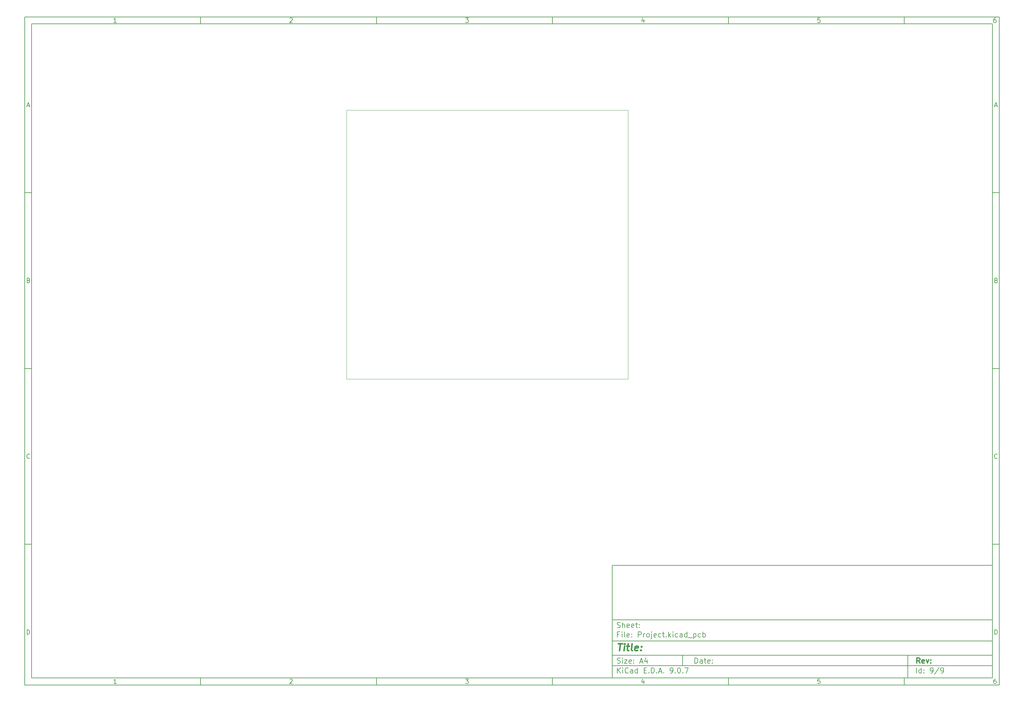
<source format=gm1>
%TF.GenerationSoftware,KiCad,Pcbnew,9.0.7*%
%TF.CreationDate,2026-02-26T16:53:45+05:30*%
%TF.ProjectId,Project,50726f6a-6563-4742-9e6b-696361645f70,rev?*%
%TF.SameCoordinates,Original*%
%TF.FileFunction,Profile,NP*%
%FSLAX46Y46*%
G04 Gerber Fmt 4.6, Leading zero omitted, Abs format (unit mm)*
G04 Created by KiCad (PCBNEW 9.0.7) date 2026-02-26 16:53:45*
%MOMM*%
%LPD*%
G01*
G04 APERTURE LIST*
%ADD10C,0.100000*%
%ADD11C,0.150000*%
%ADD12C,0.300000*%
%ADD13C,0.400000*%
%TA.AperFunction,Profile*%
%ADD14C,0.100000*%
%TD*%
G04 APERTURE END LIST*
D10*
D11*
X177002200Y-166007200D02*
X285002200Y-166007200D01*
X285002200Y-198007200D01*
X177002200Y-198007200D01*
X177002200Y-166007200D01*
D10*
D11*
X10000000Y-10000000D02*
X287002200Y-10000000D01*
X287002200Y-200007200D01*
X10000000Y-200007200D01*
X10000000Y-10000000D01*
D10*
D11*
X12000000Y-12000000D02*
X285002200Y-12000000D01*
X285002200Y-198007200D01*
X12000000Y-198007200D01*
X12000000Y-12000000D01*
D10*
D11*
X60000000Y-12000000D02*
X60000000Y-10000000D01*
D10*
D11*
X110000000Y-12000000D02*
X110000000Y-10000000D01*
D10*
D11*
X160000000Y-12000000D02*
X160000000Y-10000000D01*
D10*
D11*
X210000000Y-12000000D02*
X210000000Y-10000000D01*
D10*
D11*
X260000000Y-12000000D02*
X260000000Y-10000000D01*
D10*
D11*
X36089160Y-11593604D02*
X35346303Y-11593604D01*
X35717731Y-11593604D02*
X35717731Y-10293604D01*
X35717731Y-10293604D02*
X35593922Y-10479319D01*
X35593922Y-10479319D02*
X35470112Y-10603128D01*
X35470112Y-10603128D02*
X35346303Y-10665033D01*
D10*
D11*
X85346303Y-10417414D02*
X85408207Y-10355509D01*
X85408207Y-10355509D02*
X85532017Y-10293604D01*
X85532017Y-10293604D02*
X85841541Y-10293604D01*
X85841541Y-10293604D02*
X85965350Y-10355509D01*
X85965350Y-10355509D02*
X86027255Y-10417414D01*
X86027255Y-10417414D02*
X86089160Y-10541223D01*
X86089160Y-10541223D02*
X86089160Y-10665033D01*
X86089160Y-10665033D02*
X86027255Y-10850747D01*
X86027255Y-10850747D02*
X85284398Y-11593604D01*
X85284398Y-11593604D02*
X86089160Y-11593604D01*
D10*
D11*
X135284398Y-10293604D02*
X136089160Y-10293604D01*
X136089160Y-10293604D02*
X135655826Y-10788842D01*
X135655826Y-10788842D02*
X135841541Y-10788842D01*
X135841541Y-10788842D02*
X135965350Y-10850747D01*
X135965350Y-10850747D02*
X136027255Y-10912652D01*
X136027255Y-10912652D02*
X136089160Y-11036461D01*
X136089160Y-11036461D02*
X136089160Y-11345985D01*
X136089160Y-11345985D02*
X136027255Y-11469795D01*
X136027255Y-11469795D02*
X135965350Y-11531700D01*
X135965350Y-11531700D02*
X135841541Y-11593604D01*
X135841541Y-11593604D02*
X135470112Y-11593604D01*
X135470112Y-11593604D02*
X135346303Y-11531700D01*
X135346303Y-11531700D02*
X135284398Y-11469795D01*
D10*
D11*
X185965350Y-10726938D02*
X185965350Y-11593604D01*
X185655826Y-10231700D02*
X185346303Y-11160271D01*
X185346303Y-11160271D02*
X186151064Y-11160271D01*
D10*
D11*
X236027255Y-10293604D02*
X235408207Y-10293604D01*
X235408207Y-10293604D02*
X235346303Y-10912652D01*
X235346303Y-10912652D02*
X235408207Y-10850747D01*
X235408207Y-10850747D02*
X235532017Y-10788842D01*
X235532017Y-10788842D02*
X235841541Y-10788842D01*
X235841541Y-10788842D02*
X235965350Y-10850747D01*
X235965350Y-10850747D02*
X236027255Y-10912652D01*
X236027255Y-10912652D02*
X236089160Y-11036461D01*
X236089160Y-11036461D02*
X236089160Y-11345985D01*
X236089160Y-11345985D02*
X236027255Y-11469795D01*
X236027255Y-11469795D02*
X235965350Y-11531700D01*
X235965350Y-11531700D02*
X235841541Y-11593604D01*
X235841541Y-11593604D02*
X235532017Y-11593604D01*
X235532017Y-11593604D02*
X235408207Y-11531700D01*
X235408207Y-11531700D02*
X235346303Y-11469795D01*
D10*
D11*
X285965350Y-10293604D02*
X285717731Y-10293604D01*
X285717731Y-10293604D02*
X285593922Y-10355509D01*
X285593922Y-10355509D02*
X285532017Y-10417414D01*
X285532017Y-10417414D02*
X285408207Y-10603128D01*
X285408207Y-10603128D02*
X285346303Y-10850747D01*
X285346303Y-10850747D02*
X285346303Y-11345985D01*
X285346303Y-11345985D02*
X285408207Y-11469795D01*
X285408207Y-11469795D02*
X285470112Y-11531700D01*
X285470112Y-11531700D02*
X285593922Y-11593604D01*
X285593922Y-11593604D02*
X285841541Y-11593604D01*
X285841541Y-11593604D02*
X285965350Y-11531700D01*
X285965350Y-11531700D02*
X286027255Y-11469795D01*
X286027255Y-11469795D02*
X286089160Y-11345985D01*
X286089160Y-11345985D02*
X286089160Y-11036461D01*
X286089160Y-11036461D02*
X286027255Y-10912652D01*
X286027255Y-10912652D02*
X285965350Y-10850747D01*
X285965350Y-10850747D02*
X285841541Y-10788842D01*
X285841541Y-10788842D02*
X285593922Y-10788842D01*
X285593922Y-10788842D02*
X285470112Y-10850747D01*
X285470112Y-10850747D02*
X285408207Y-10912652D01*
X285408207Y-10912652D02*
X285346303Y-11036461D01*
D10*
D11*
X60000000Y-198007200D02*
X60000000Y-200007200D01*
D10*
D11*
X110000000Y-198007200D02*
X110000000Y-200007200D01*
D10*
D11*
X160000000Y-198007200D02*
X160000000Y-200007200D01*
D10*
D11*
X210000000Y-198007200D02*
X210000000Y-200007200D01*
D10*
D11*
X260000000Y-198007200D02*
X260000000Y-200007200D01*
D10*
D11*
X36089160Y-199600804D02*
X35346303Y-199600804D01*
X35717731Y-199600804D02*
X35717731Y-198300804D01*
X35717731Y-198300804D02*
X35593922Y-198486519D01*
X35593922Y-198486519D02*
X35470112Y-198610328D01*
X35470112Y-198610328D02*
X35346303Y-198672233D01*
D10*
D11*
X85346303Y-198424614D02*
X85408207Y-198362709D01*
X85408207Y-198362709D02*
X85532017Y-198300804D01*
X85532017Y-198300804D02*
X85841541Y-198300804D01*
X85841541Y-198300804D02*
X85965350Y-198362709D01*
X85965350Y-198362709D02*
X86027255Y-198424614D01*
X86027255Y-198424614D02*
X86089160Y-198548423D01*
X86089160Y-198548423D02*
X86089160Y-198672233D01*
X86089160Y-198672233D02*
X86027255Y-198857947D01*
X86027255Y-198857947D02*
X85284398Y-199600804D01*
X85284398Y-199600804D02*
X86089160Y-199600804D01*
D10*
D11*
X135284398Y-198300804D02*
X136089160Y-198300804D01*
X136089160Y-198300804D02*
X135655826Y-198796042D01*
X135655826Y-198796042D02*
X135841541Y-198796042D01*
X135841541Y-198796042D02*
X135965350Y-198857947D01*
X135965350Y-198857947D02*
X136027255Y-198919852D01*
X136027255Y-198919852D02*
X136089160Y-199043661D01*
X136089160Y-199043661D02*
X136089160Y-199353185D01*
X136089160Y-199353185D02*
X136027255Y-199476995D01*
X136027255Y-199476995D02*
X135965350Y-199538900D01*
X135965350Y-199538900D02*
X135841541Y-199600804D01*
X135841541Y-199600804D02*
X135470112Y-199600804D01*
X135470112Y-199600804D02*
X135346303Y-199538900D01*
X135346303Y-199538900D02*
X135284398Y-199476995D01*
D10*
D11*
X185965350Y-198734138D02*
X185965350Y-199600804D01*
X185655826Y-198238900D02*
X185346303Y-199167471D01*
X185346303Y-199167471D02*
X186151064Y-199167471D01*
D10*
D11*
X236027255Y-198300804D02*
X235408207Y-198300804D01*
X235408207Y-198300804D02*
X235346303Y-198919852D01*
X235346303Y-198919852D02*
X235408207Y-198857947D01*
X235408207Y-198857947D02*
X235532017Y-198796042D01*
X235532017Y-198796042D02*
X235841541Y-198796042D01*
X235841541Y-198796042D02*
X235965350Y-198857947D01*
X235965350Y-198857947D02*
X236027255Y-198919852D01*
X236027255Y-198919852D02*
X236089160Y-199043661D01*
X236089160Y-199043661D02*
X236089160Y-199353185D01*
X236089160Y-199353185D02*
X236027255Y-199476995D01*
X236027255Y-199476995D02*
X235965350Y-199538900D01*
X235965350Y-199538900D02*
X235841541Y-199600804D01*
X235841541Y-199600804D02*
X235532017Y-199600804D01*
X235532017Y-199600804D02*
X235408207Y-199538900D01*
X235408207Y-199538900D02*
X235346303Y-199476995D01*
D10*
D11*
X285965350Y-198300804D02*
X285717731Y-198300804D01*
X285717731Y-198300804D02*
X285593922Y-198362709D01*
X285593922Y-198362709D02*
X285532017Y-198424614D01*
X285532017Y-198424614D02*
X285408207Y-198610328D01*
X285408207Y-198610328D02*
X285346303Y-198857947D01*
X285346303Y-198857947D02*
X285346303Y-199353185D01*
X285346303Y-199353185D02*
X285408207Y-199476995D01*
X285408207Y-199476995D02*
X285470112Y-199538900D01*
X285470112Y-199538900D02*
X285593922Y-199600804D01*
X285593922Y-199600804D02*
X285841541Y-199600804D01*
X285841541Y-199600804D02*
X285965350Y-199538900D01*
X285965350Y-199538900D02*
X286027255Y-199476995D01*
X286027255Y-199476995D02*
X286089160Y-199353185D01*
X286089160Y-199353185D02*
X286089160Y-199043661D01*
X286089160Y-199043661D02*
X286027255Y-198919852D01*
X286027255Y-198919852D02*
X285965350Y-198857947D01*
X285965350Y-198857947D02*
X285841541Y-198796042D01*
X285841541Y-198796042D02*
X285593922Y-198796042D01*
X285593922Y-198796042D02*
X285470112Y-198857947D01*
X285470112Y-198857947D02*
X285408207Y-198919852D01*
X285408207Y-198919852D02*
X285346303Y-199043661D01*
D10*
D11*
X10000000Y-60000000D02*
X12000000Y-60000000D01*
D10*
D11*
X10000000Y-110000000D02*
X12000000Y-110000000D01*
D10*
D11*
X10000000Y-160000000D02*
X12000000Y-160000000D01*
D10*
D11*
X10690476Y-35222176D02*
X11309523Y-35222176D01*
X10566666Y-35593604D02*
X10999999Y-34293604D01*
X10999999Y-34293604D02*
X11433333Y-35593604D01*
D10*
D11*
X11092857Y-84912652D02*
X11278571Y-84974557D01*
X11278571Y-84974557D02*
X11340476Y-85036461D01*
X11340476Y-85036461D02*
X11402380Y-85160271D01*
X11402380Y-85160271D02*
X11402380Y-85345985D01*
X11402380Y-85345985D02*
X11340476Y-85469795D01*
X11340476Y-85469795D02*
X11278571Y-85531700D01*
X11278571Y-85531700D02*
X11154761Y-85593604D01*
X11154761Y-85593604D02*
X10659523Y-85593604D01*
X10659523Y-85593604D02*
X10659523Y-84293604D01*
X10659523Y-84293604D02*
X11092857Y-84293604D01*
X11092857Y-84293604D02*
X11216666Y-84355509D01*
X11216666Y-84355509D02*
X11278571Y-84417414D01*
X11278571Y-84417414D02*
X11340476Y-84541223D01*
X11340476Y-84541223D02*
X11340476Y-84665033D01*
X11340476Y-84665033D02*
X11278571Y-84788842D01*
X11278571Y-84788842D02*
X11216666Y-84850747D01*
X11216666Y-84850747D02*
X11092857Y-84912652D01*
X11092857Y-84912652D02*
X10659523Y-84912652D01*
D10*
D11*
X11402380Y-135469795D02*
X11340476Y-135531700D01*
X11340476Y-135531700D02*
X11154761Y-135593604D01*
X11154761Y-135593604D02*
X11030952Y-135593604D01*
X11030952Y-135593604D02*
X10845238Y-135531700D01*
X10845238Y-135531700D02*
X10721428Y-135407890D01*
X10721428Y-135407890D02*
X10659523Y-135284080D01*
X10659523Y-135284080D02*
X10597619Y-135036461D01*
X10597619Y-135036461D02*
X10597619Y-134850747D01*
X10597619Y-134850747D02*
X10659523Y-134603128D01*
X10659523Y-134603128D02*
X10721428Y-134479319D01*
X10721428Y-134479319D02*
X10845238Y-134355509D01*
X10845238Y-134355509D02*
X11030952Y-134293604D01*
X11030952Y-134293604D02*
X11154761Y-134293604D01*
X11154761Y-134293604D02*
X11340476Y-134355509D01*
X11340476Y-134355509D02*
X11402380Y-134417414D01*
D10*
D11*
X10659523Y-185593604D02*
X10659523Y-184293604D01*
X10659523Y-184293604D02*
X10969047Y-184293604D01*
X10969047Y-184293604D02*
X11154761Y-184355509D01*
X11154761Y-184355509D02*
X11278571Y-184479319D01*
X11278571Y-184479319D02*
X11340476Y-184603128D01*
X11340476Y-184603128D02*
X11402380Y-184850747D01*
X11402380Y-184850747D02*
X11402380Y-185036461D01*
X11402380Y-185036461D02*
X11340476Y-185284080D01*
X11340476Y-185284080D02*
X11278571Y-185407890D01*
X11278571Y-185407890D02*
X11154761Y-185531700D01*
X11154761Y-185531700D02*
X10969047Y-185593604D01*
X10969047Y-185593604D02*
X10659523Y-185593604D01*
D10*
D11*
X287002200Y-60000000D02*
X285002200Y-60000000D01*
D10*
D11*
X287002200Y-110000000D02*
X285002200Y-110000000D01*
D10*
D11*
X287002200Y-160000000D02*
X285002200Y-160000000D01*
D10*
D11*
X285692676Y-35222176D02*
X286311723Y-35222176D01*
X285568866Y-35593604D02*
X286002199Y-34293604D01*
X286002199Y-34293604D02*
X286435533Y-35593604D01*
D10*
D11*
X286095057Y-84912652D02*
X286280771Y-84974557D01*
X286280771Y-84974557D02*
X286342676Y-85036461D01*
X286342676Y-85036461D02*
X286404580Y-85160271D01*
X286404580Y-85160271D02*
X286404580Y-85345985D01*
X286404580Y-85345985D02*
X286342676Y-85469795D01*
X286342676Y-85469795D02*
X286280771Y-85531700D01*
X286280771Y-85531700D02*
X286156961Y-85593604D01*
X286156961Y-85593604D02*
X285661723Y-85593604D01*
X285661723Y-85593604D02*
X285661723Y-84293604D01*
X285661723Y-84293604D02*
X286095057Y-84293604D01*
X286095057Y-84293604D02*
X286218866Y-84355509D01*
X286218866Y-84355509D02*
X286280771Y-84417414D01*
X286280771Y-84417414D02*
X286342676Y-84541223D01*
X286342676Y-84541223D02*
X286342676Y-84665033D01*
X286342676Y-84665033D02*
X286280771Y-84788842D01*
X286280771Y-84788842D02*
X286218866Y-84850747D01*
X286218866Y-84850747D02*
X286095057Y-84912652D01*
X286095057Y-84912652D02*
X285661723Y-84912652D01*
D10*
D11*
X286404580Y-135469795D02*
X286342676Y-135531700D01*
X286342676Y-135531700D02*
X286156961Y-135593604D01*
X286156961Y-135593604D02*
X286033152Y-135593604D01*
X286033152Y-135593604D02*
X285847438Y-135531700D01*
X285847438Y-135531700D02*
X285723628Y-135407890D01*
X285723628Y-135407890D02*
X285661723Y-135284080D01*
X285661723Y-135284080D02*
X285599819Y-135036461D01*
X285599819Y-135036461D02*
X285599819Y-134850747D01*
X285599819Y-134850747D02*
X285661723Y-134603128D01*
X285661723Y-134603128D02*
X285723628Y-134479319D01*
X285723628Y-134479319D02*
X285847438Y-134355509D01*
X285847438Y-134355509D02*
X286033152Y-134293604D01*
X286033152Y-134293604D02*
X286156961Y-134293604D01*
X286156961Y-134293604D02*
X286342676Y-134355509D01*
X286342676Y-134355509D02*
X286404580Y-134417414D01*
D10*
D11*
X285661723Y-185593604D02*
X285661723Y-184293604D01*
X285661723Y-184293604D02*
X285971247Y-184293604D01*
X285971247Y-184293604D02*
X286156961Y-184355509D01*
X286156961Y-184355509D02*
X286280771Y-184479319D01*
X286280771Y-184479319D02*
X286342676Y-184603128D01*
X286342676Y-184603128D02*
X286404580Y-184850747D01*
X286404580Y-184850747D02*
X286404580Y-185036461D01*
X286404580Y-185036461D02*
X286342676Y-185284080D01*
X286342676Y-185284080D02*
X286280771Y-185407890D01*
X286280771Y-185407890D02*
X286156961Y-185531700D01*
X286156961Y-185531700D02*
X285971247Y-185593604D01*
X285971247Y-185593604D02*
X285661723Y-185593604D01*
D10*
D11*
X200458026Y-193793328D02*
X200458026Y-192293328D01*
X200458026Y-192293328D02*
X200815169Y-192293328D01*
X200815169Y-192293328D02*
X201029455Y-192364757D01*
X201029455Y-192364757D02*
X201172312Y-192507614D01*
X201172312Y-192507614D02*
X201243741Y-192650471D01*
X201243741Y-192650471D02*
X201315169Y-192936185D01*
X201315169Y-192936185D02*
X201315169Y-193150471D01*
X201315169Y-193150471D02*
X201243741Y-193436185D01*
X201243741Y-193436185D02*
X201172312Y-193579042D01*
X201172312Y-193579042D02*
X201029455Y-193721900D01*
X201029455Y-193721900D02*
X200815169Y-193793328D01*
X200815169Y-193793328D02*
X200458026Y-193793328D01*
X202600884Y-193793328D02*
X202600884Y-193007614D01*
X202600884Y-193007614D02*
X202529455Y-192864757D01*
X202529455Y-192864757D02*
X202386598Y-192793328D01*
X202386598Y-192793328D02*
X202100884Y-192793328D01*
X202100884Y-192793328D02*
X201958026Y-192864757D01*
X202600884Y-193721900D02*
X202458026Y-193793328D01*
X202458026Y-193793328D02*
X202100884Y-193793328D01*
X202100884Y-193793328D02*
X201958026Y-193721900D01*
X201958026Y-193721900D02*
X201886598Y-193579042D01*
X201886598Y-193579042D02*
X201886598Y-193436185D01*
X201886598Y-193436185D02*
X201958026Y-193293328D01*
X201958026Y-193293328D02*
X202100884Y-193221900D01*
X202100884Y-193221900D02*
X202458026Y-193221900D01*
X202458026Y-193221900D02*
X202600884Y-193150471D01*
X203100884Y-192793328D02*
X203672312Y-192793328D01*
X203315169Y-192293328D02*
X203315169Y-193579042D01*
X203315169Y-193579042D02*
X203386598Y-193721900D01*
X203386598Y-193721900D02*
X203529455Y-193793328D01*
X203529455Y-193793328D02*
X203672312Y-193793328D01*
X204743741Y-193721900D02*
X204600884Y-193793328D01*
X204600884Y-193793328D02*
X204315170Y-193793328D01*
X204315170Y-193793328D02*
X204172312Y-193721900D01*
X204172312Y-193721900D02*
X204100884Y-193579042D01*
X204100884Y-193579042D02*
X204100884Y-193007614D01*
X204100884Y-193007614D02*
X204172312Y-192864757D01*
X204172312Y-192864757D02*
X204315170Y-192793328D01*
X204315170Y-192793328D02*
X204600884Y-192793328D01*
X204600884Y-192793328D02*
X204743741Y-192864757D01*
X204743741Y-192864757D02*
X204815170Y-193007614D01*
X204815170Y-193007614D02*
X204815170Y-193150471D01*
X204815170Y-193150471D02*
X204100884Y-193293328D01*
X205458026Y-193650471D02*
X205529455Y-193721900D01*
X205529455Y-193721900D02*
X205458026Y-193793328D01*
X205458026Y-193793328D02*
X205386598Y-193721900D01*
X205386598Y-193721900D02*
X205458026Y-193650471D01*
X205458026Y-193650471D02*
X205458026Y-193793328D01*
X205458026Y-192864757D02*
X205529455Y-192936185D01*
X205529455Y-192936185D02*
X205458026Y-193007614D01*
X205458026Y-193007614D02*
X205386598Y-192936185D01*
X205386598Y-192936185D02*
X205458026Y-192864757D01*
X205458026Y-192864757D02*
X205458026Y-193007614D01*
D10*
D11*
X177002200Y-194507200D02*
X285002200Y-194507200D01*
D10*
D11*
X178458026Y-196593328D02*
X178458026Y-195093328D01*
X179315169Y-196593328D02*
X178672312Y-195736185D01*
X179315169Y-195093328D02*
X178458026Y-195950471D01*
X179958026Y-196593328D02*
X179958026Y-195593328D01*
X179958026Y-195093328D02*
X179886598Y-195164757D01*
X179886598Y-195164757D02*
X179958026Y-195236185D01*
X179958026Y-195236185D02*
X180029455Y-195164757D01*
X180029455Y-195164757D02*
X179958026Y-195093328D01*
X179958026Y-195093328D02*
X179958026Y-195236185D01*
X181529455Y-196450471D02*
X181458027Y-196521900D01*
X181458027Y-196521900D02*
X181243741Y-196593328D01*
X181243741Y-196593328D02*
X181100884Y-196593328D01*
X181100884Y-196593328D02*
X180886598Y-196521900D01*
X180886598Y-196521900D02*
X180743741Y-196379042D01*
X180743741Y-196379042D02*
X180672312Y-196236185D01*
X180672312Y-196236185D02*
X180600884Y-195950471D01*
X180600884Y-195950471D02*
X180600884Y-195736185D01*
X180600884Y-195736185D02*
X180672312Y-195450471D01*
X180672312Y-195450471D02*
X180743741Y-195307614D01*
X180743741Y-195307614D02*
X180886598Y-195164757D01*
X180886598Y-195164757D02*
X181100884Y-195093328D01*
X181100884Y-195093328D02*
X181243741Y-195093328D01*
X181243741Y-195093328D02*
X181458027Y-195164757D01*
X181458027Y-195164757D02*
X181529455Y-195236185D01*
X182815170Y-196593328D02*
X182815170Y-195807614D01*
X182815170Y-195807614D02*
X182743741Y-195664757D01*
X182743741Y-195664757D02*
X182600884Y-195593328D01*
X182600884Y-195593328D02*
X182315170Y-195593328D01*
X182315170Y-195593328D02*
X182172312Y-195664757D01*
X182815170Y-196521900D02*
X182672312Y-196593328D01*
X182672312Y-196593328D02*
X182315170Y-196593328D01*
X182315170Y-196593328D02*
X182172312Y-196521900D01*
X182172312Y-196521900D02*
X182100884Y-196379042D01*
X182100884Y-196379042D02*
X182100884Y-196236185D01*
X182100884Y-196236185D02*
X182172312Y-196093328D01*
X182172312Y-196093328D02*
X182315170Y-196021900D01*
X182315170Y-196021900D02*
X182672312Y-196021900D01*
X182672312Y-196021900D02*
X182815170Y-195950471D01*
X184172313Y-196593328D02*
X184172313Y-195093328D01*
X184172313Y-196521900D02*
X184029455Y-196593328D01*
X184029455Y-196593328D02*
X183743741Y-196593328D01*
X183743741Y-196593328D02*
X183600884Y-196521900D01*
X183600884Y-196521900D02*
X183529455Y-196450471D01*
X183529455Y-196450471D02*
X183458027Y-196307614D01*
X183458027Y-196307614D02*
X183458027Y-195879042D01*
X183458027Y-195879042D02*
X183529455Y-195736185D01*
X183529455Y-195736185D02*
X183600884Y-195664757D01*
X183600884Y-195664757D02*
X183743741Y-195593328D01*
X183743741Y-195593328D02*
X184029455Y-195593328D01*
X184029455Y-195593328D02*
X184172313Y-195664757D01*
X186029455Y-195807614D02*
X186529455Y-195807614D01*
X186743741Y-196593328D02*
X186029455Y-196593328D01*
X186029455Y-196593328D02*
X186029455Y-195093328D01*
X186029455Y-195093328D02*
X186743741Y-195093328D01*
X187386598Y-196450471D02*
X187458027Y-196521900D01*
X187458027Y-196521900D02*
X187386598Y-196593328D01*
X187386598Y-196593328D02*
X187315170Y-196521900D01*
X187315170Y-196521900D02*
X187386598Y-196450471D01*
X187386598Y-196450471D02*
X187386598Y-196593328D01*
X188100884Y-196593328D02*
X188100884Y-195093328D01*
X188100884Y-195093328D02*
X188458027Y-195093328D01*
X188458027Y-195093328D02*
X188672313Y-195164757D01*
X188672313Y-195164757D02*
X188815170Y-195307614D01*
X188815170Y-195307614D02*
X188886599Y-195450471D01*
X188886599Y-195450471D02*
X188958027Y-195736185D01*
X188958027Y-195736185D02*
X188958027Y-195950471D01*
X188958027Y-195950471D02*
X188886599Y-196236185D01*
X188886599Y-196236185D02*
X188815170Y-196379042D01*
X188815170Y-196379042D02*
X188672313Y-196521900D01*
X188672313Y-196521900D02*
X188458027Y-196593328D01*
X188458027Y-196593328D02*
X188100884Y-196593328D01*
X189600884Y-196450471D02*
X189672313Y-196521900D01*
X189672313Y-196521900D02*
X189600884Y-196593328D01*
X189600884Y-196593328D02*
X189529456Y-196521900D01*
X189529456Y-196521900D02*
X189600884Y-196450471D01*
X189600884Y-196450471D02*
X189600884Y-196593328D01*
X190243742Y-196164757D02*
X190958028Y-196164757D01*
X190100885Y-196593328D02*
X190600885Y-195093328D01*
X190600885Y-195093328D02*
X191100885Y-196593328D01*
X191600884Y-196450471D02*
X191672313Y-196521900D01*
X191672313Y-196521900D02*
X191600884Y-196593328D01*
X191600884Y-196593328D02*
X191529456Y-196521900D01*
X191529456Y-196521900D02*
X191600884Y-196450471D01*
X191600884Y-196450471D02*
X191600884Y-196593328D01*
X193529456Y-196593328D02*
X193815170Y-196593328D01*
X193815170Y-196593328D02*
X193958027Y-196521900D01*
X193958027Y-196521900D02*
X194029456Y-196450471D01*
X194029456Y-196450471D02*
X194172313Y-196236185D01*
X194172313Y-196236185D02*
X194243742Y-195950471D01*
X194243742Y-195950471D02*
X194243742Y-195379042D01*
X194243742Y-195379042D02*
X194172313Y-195236185D01*
X194172313Y-195236185D02*
X194100885Y-195164757D01*
X194100885Y-195164757D02*
X193958027Y-195093328D01*
X193958027Y-195093328D02*
X193672313Y-195093328D01*
X193672313Y-195093328D02*
X193529456Y-195164757D01*
X193529456Y-195164757D02*
X193458027Y-195236185D01*
X193458027Y-195236185D02*
X193386599Y-195379042D01*
X193386599Y-195379042D02*
X193386599Y-195736185D01*
X193386599Y-195736185D02*
X193458027Y-195879042D01*
X193458027Y-195879042D02*
X193529456Y-195950471D01*
X193529456Y-195950471D02*
X193672313Y-196021900D01*
X193672313Y-196021900D02*
X193958027Y-196021900D01*
X193958027Y-196021900D02*
X194100885Y-195950471D01*
X194100885Y-195950471D02*
X194172313Y-195879042D01*
X194172313Y-195879042D02*
X194243742Y-195736185D01*
X194886598Y-196450471D02*
X194958027Y-196521900D01*
X194958027Y-196521900D02*
X194886598Y-196593328D01*
X194886598Y-196593328D02*
X194815170Y-196521900D01*
X194815170Y-196521900D02*
X194886598Y-196450471D01*
X194886598Y-196450471D02*
X194886598Y-196593328D01*
X195886599Y-195093328D02*
X196029456Y-195093328D01*
X196029456Y-195093328D02*
X196172313Y-195164757D01*
X196172313Y-195164757D02*
X196243742Y-195236185D01*
X196243742Y-195236185D02*
X196315170Y-195379042D01*
X196315170Y-195379042D02*
X196386599Y-195664757D01*
X196386599Y-195664757D02*
X196386599Y-196021900D01*
X196386599Y-196021900D02*
X196315170Y-196307614D01*
X196315170Y-196307614D02*
X196243742Y-196450471D01*
X196243742Y-196450471D02*
X196172313Y-196521900D01*
X196172313Y-196521900D02*
X196029456Y-196593328D01*
X196029456Y-196593328D02*
X195886599Y-196593328D01*
X195886599Y-196593328D02*
X195743742Y-196521900D01*
X195743742Y-196521900D02*
X195672313Y-196450471D01*
X195672313Y-196450471D02*
X195600884Y-196307614D01*
X195600884Y-196307614D02*
X195529456Y-196021900D01*
X195529456Y-196021900D02*
X195529456Y-195664757D01*
X195529456Y-195664757D02*
X195600884Y-195379042D01*
X195600884Y-195379042D02*
X195672313Y-195236185D01*
X195672313Y-195236185D02*
X195743742Y-195164757D01*
X195743742Y-195164757D02*
X195886599Y-195093328D01*
X197029455Y-196450471D02*
X197100884Y-196521900D01*
X197100884Y-196521900D02*
X197029455Y-196593328D01*
X197029455Y-196593328D02*
X196958027Y-196521900D01*
X196958027Y-196521900D02*
X197029455Y-196450471D01*
X197029455Y-196450471D02*
X197029455Y-196593328D01*
X197600884Y-195093328D02*
X198600884Y-195093328D01*
X198600884Y-195093328D02*
X197958027Y-196593328D01*
D10*
D11*
X177002200Y-191507200D02*
X285002200Y-191507200D01*
D10*
D12*
X264413853Y-193785528D02*
X263913853Y-193071242D01*
X263556710Y-193785528D02*
X263556710Y-192285528D01*
X263556710Y-192285528D02*
X264128139Y-192285528D01*
X264128139Y-192285528D02*
X264270996Y-192356957D01*
X264270996Y-192356957D02*
X264342425Y-192428385D01*
X264342425Y-192428385D02*
X264413853Y-192571242D01*
X264413853Y-192571242D02*
X264413853Y-192785528D01*
X264413853Y-192785528D02*
X264342425Y-192928385D01*
X264342425Y-192928385D02*
X264270996Y-192999814D01*
X264270996Y-192999814D02*
X264128139Y-193071242D01*
X264128139Y-193071242D02*
X263556710Y-193071242D01*
X265628139Y-193714100D02*
X265485282Y-193785528D01*
X265485282Y-193785528D02*
X265199568Y-193785528D01*
X265199568Y-193785528D02*
X265056710Y-193714100D01*
X265056710Y-193714100D02*
X264985282Y-193571242D01*
X264985282Y-193571242D02*
X264985282Y-192999814D01*
X264985282Y-192999814D02*
X265056710Y-192856957D01*
X265056710Y-192856957D02*
X265199568Y-192785528D01*
X265199568Y-192785528D02*
X265485282Y-192785528D01*
X265485282Y-192785528D02*
X265628139Y-192856957D01*
X265628139Y-192856957D02*
X265699568Y-192999814D01*
X265699568Y-192999814D02*
X265699568Y-193142671D01*
X265699568Y-193142671D02*
X264985282Y-193285528D01*
X266199567Y-192785528D02*
X266556710Y-193785528D01*
X266556710Y-193785528D02*
X266913853Y-192785528D01*
X267485281Y-193642671D02*
X267556710Y-193714100D01*
X267556710Y-193714100D02*
X267485281Y-193785528D01*
X267485281Y-193785528D02*
X267413853Y-193714100D01*
X267413853Y-193714100D02*
X267485281Y-193642671D01*
X267485281Y-193642671D02*
X267485281Y-193785528D01*
X267485281Y-192856957D02*
X267556710Y-192928385D01*
X267556710Y-192928385D02*
X267485281Y-192999814D01*
X267485281Y-192999814D02*
X267413853Y-192928385D01*
X267413853Y-192928385D02*
X267485281Y-192856957D01*
X267485281Y-192856957D02*
X267485281Y-192999814D01*
D10*
D11*
X178386598Y-193721900D02*
X178600884Y-193793328D01*
X178600884Y-193793328D02*
X178958026Y-193793328D01*
X178958026Y-193793328D02*
X179100884Y-193721900D01*
X179100884Y-193721900D02*
X179172312Y-193650471D01*
X179172312Y-193650471D02*
X179243741Y-193507614D01*
X179243741Y-193507614D02*
X179243741Y-193364757D01*
X179243741Y-193364757D02*
X179172312Y-193221900D01*
X179172312Y-193221900D02*
X179100884Y-193150471D01*
X179100884Y-193150471D02*
X178958026Y-193079042D01*
X178958026Y-193079042D02*
X178672312Y-193007614D01*
X178672312Y-193007614D02*
X178529455Y-192936185D01*
X178529455Y-192936185D02*
X178458026Y-192864757D01*
X178458026Y-192864757D02*
X178386598Y-192721900D01*
X178386598Y-192721900D02*
X178386598Y-192579042D01*
X178386598Y-192579042D02*
X178458026Y-192436185D01*
X178458026Y-192436185D02*
X178529455Y-192364757D01*
X178529455Y-192364757D02*
X178672312Y-192293328D01*
X178672312Y-192293328D02*
X179029455Y-192293328D01*
X179029455Y-192293328D02*
X179243741Y-192364757D01*
X179886597Y-193793328D02*
X179886597Y-192793328D01*
X179886597Y-192293328D02*
X179815169Y-192364757D01*
X179815169Y-192364757D02*
X179886597Y-192436185D01*
X179886597Y-192436185D02*
X179958026Y-192364757D01*
X179958026Y-192364757D02*
X179886597Y-192293328D01*
X179886597Y-192293328D02*
X179886597Y-192436185D01*
X180458026Y-192793328D02*
X181243741Y-192793328D01*
X181243741Y-192793328D02*
X180458026Y-193793328D01*
X180458026Y-193793328D02*
X181243741Y-193793328D01*
X182386598Y-193721900D02*
X182243741Y-193793328D01*
X182243741Y-193793328D02*
X181958027Y-193793328D01*
X181958027Y-193793328D02*
X181815169Y-193721900D01*
X181815169Y-193721900D02*
X181743741Y-193579042D01*
X181743741Y-193579042D02*
X181743741Y-193007614D01*
X181743741Y-193007614D02*
X181815169Y-192864757D01*
X181815169Y-192864757D02*
X181958027Y-192793328D01*
X181958027Y-192793328D02*
X182243741Y-192793328D01*
X182243741Y-192793328D02*
X182386598Y-192864757D01*
X182386598Y-192864757D02*
X182458027Y-193007614D01*
X182458027Y-193007614D02*
X182458027Y-193150471D01*
X182458027Y-193150471D02*
X181743741Y-193293328D01*
X183100883Y-193650471D02*
X183172312Y-193721900D01*
X183172312Y-193721900D02*
X183100883Y-193793328D01*
X183100883Y-193793328D02*
X183029455Y-193721900D01*
X183029455Y-193721900D02*
X183100883Y-193650471D01*
X183100883Y-193650471D02*
X183100883Y-193793328D01*
X183100883Y-192864757D02*
X183172312Y-192936185D01*
X183172312Y-192936185D02*
X183100883Y-193007614D01*
X183100883Y-193007614D02*
X183029455Y-192936185D01*
X183029455Y-192936185D02*
X183100883Y-192864757D01*
X183100883Y-192864757D02*
X183100883Y-193007614D01*
X184886598Y-193364757D02*
X185600884Y-193364757D01*
X184743741Y-193793328D02*
X185243741Y-192293328D01*
X185243741Y-192293328D02*
X185743741Y-193793328D01*
X186886598Y-192793328D02*
X186886598Y-193793328D01*
X186529455Y-192221900D02*
X186172312Y-193293328D01*
X186172312Y-193293328D02*
X187100883Y-193293328D01*
D10*
D11*
X263458026Y-196593328D02*
X263458026Y-195093328D01*
X264815170Y-196593328D02*
X264815170Y-195093328D01*
X264815170Y-196521900D02*
X264672312Y-196593328D01*
X264672312Y-196593328D02*
X264386598Y-196593328D01*
X264386598Y-196593328D02*
X264243741Y-196521900D01*
X264243741Y-196521900D02*
X264172312Y-196450471D01*
X264172312Y-196450471D02*
X264100884Y-196307614D01*
X264100884Y-196307614D02*
X264100884Y-195879042D01*
X264100884Y-195879042D02*
X264172312Y-195736185D01*
X264172312Y-195736185D02*
X264243741Y-195664757D01*
X264243741Y-195664757D02*
X264386598Y-195593328D01*
X264386598Y-195593328D02*
X264672312Y-195593328D01*
X264672312Y-195593328D02*
X264815170Y-195664757D01*
X265529455Y-196450471D02*
X265600884Y-196521900D01*
X265600884Y-196521900D02*
X265529455Y-196593328D01*
X265529455Y-196593328D02*
X265458027Y-196521900D01*
X265458027Y-196521900D02*
X265529455Y-196450471D01*
X265529455Y-196450471D02*
X265529455Y-196593328D01*
X265529455Y-195664757D02*
X265600884Y-195736185D01*
X265600884Y-195736185D02*
X265529455Y-195807614D01*
X265529455Y-195807614D02*
X265458027Y-195736185D01*
X265458027Y-195736185D02*
X265529455Y-195664757D01*
X265529455Y-195664757D02*
X265529455Y-195807614D01*
X267458027Y-196593328D02*
X267743741Y-196593328D01*
X267743741Y-196593328D02*
X267886598Y-196521900D01*
X267886598Y-196521900D02*
X267958027Y-196450471D01*
X267958027Y-196450471D02*
X268100884Y-196236185D01*
X268100884Y-196236185D02*
X268172313Y-195950471D01*
X268172313Y-195950471D02*
X268172313Y-195379042D01*
X268172313Y-195379042D02*
X268100884Y-195236185D01*
X268100884Y-195236185D02*
X268029456Y-195164757D01*
X268029456Y-195164757D02*
X267886598Y-195093328D01*
X267886598Y-195093328D02*
X267600884Y-195093328D01*
X267600884Y-195093328D02*
X267458027Y-195164757D01*
X267458027Y-195164757D02*
X267386598Y-195236185D01*
X267386598Y-195236185D02*
X267315170Y-195379042D01*
X267315170Y-195379042D02*
X267315170Y-195736185D01*
X267315170Y-195736185D02*
X267386598Y-195879042D01*
X267386598Y-195879042D02*
X267458027Y-195950471D01*
X267458027Y-195950471D02*
X267600884Y-196021900D01*
X267600884Y-196021900D02*
X267886598Y-196021900D01*
X267886598Y-196021900D02*
X268029456Y-195950471D01*
X268029456Y-195950471D02*
X268100884Y-195879042D01*
X268100884Y-195879042D02*
X268172313Y-195736185D01*
X269886598Y-195021900D02*
X268600884Y-196950471D01*
X270458027Y-196593328D02*
X270743741Y-196593328D01*
X270743741Y-196593328D02*
X270886598Y-196521900D01*
X270886598Y-196521900D02*
X270958027Y-196450471D01*
X270958027Y-196450471D02*
X271100884Y-196236185D01*
X271100884Y-196236185D02*
X271172313Y-195950471D01*
X271172313Y-195950471D02*
X271172313Y-195379042D01*
X271172313Y-195379042D02*
X271100884Y-195236185D01*
X271100884Y-195236185D02*
X271029456Y-195164757D01*
X271029456Y-195164757D02*
X270886598Y-195093328D01*
X270886598Y-195093328D02*
X270600884Y-195093328D01*
X270600884Y-195093328D02*
X270458027Y-195164757D01*
X270458027Y-195164757D02*
X270386598Y-195236185D01*
X270386598Y-195236185D02*
X270315170Y-195379042D01*
X270315170Y-195379042D02*
X270315170Y-195736185D01*
X270315170Y-195736185D02*
X270386598Y-195879042D01*
X270386598Y-195879042D02*
X270458027Y-195950471D01*
X270458027Y-195950471D02*
X270600884Y-196021900D01*
X270600884Y-196021900D02*
X270886598Y-196021900D01*
X270886598Y-196021900D02*
X271029456Y-195950471D01*
X271029456Y-195950471D02*
X271100884Y-195879042D01*
X271100884Y-195879042D02*
X271172313Y-195736185D01*
D10*
D11*
X177002200Y-187507200D02*
X285002200Y-187507200D01*
D10*
D13*
X178693928Y-188211638D02*
X179836785Y-188211638D01*
X179015357Y-190211638D02*
X179265357Y-188211638D01*
X180253452Y-190211638D02*
X180420119Y-188878304D01*
X180503452Y-188211638D02*
X180396309Y-188306876D01*
X180396309Y-188306876D02*
X180479643Y-188402114D01*
X180479643Y-188402114D02*
X180586786Y-188306876D01*
X180586786Y-188306876D02*
X180503452Y-188211638D01*
X180503452Y-188211638D02*
X180479643Y-188402114D01*
X181086786Y-188878304D02*
X181848690Y-188878304D01*
X181455833Y-188211638D02*
X181241548Y-189925923D01*
X181241548Y-189925923D02*
X181312976Y-190116400D01*
X181312976Y-190116400D02*
X181491548Y-190211638D01*
X181491548Y-190211638D02*
X181682024Y-190211638D01*
X182634405Y-190211638D02*
X182455833Y-190116400D01*
X182455833Y-190116400D02*
X182384405Y-189925923D01*
X182384405Y-189925923D02*
X182598690Y-188211638D01*
X184170119Y-190116400D02*
X183967738Y-190211638D01*
X183967738Y-190211638D02*
X183586785Y-190211638D01*
X183586785Y-190211638D02*
X183408214Y-190116400D01*
X183408214Y-190116400D02*
X183336785Y-189925923D01*
X183336785Y-189925923D02*
X183432024Y-189164019D01*
X183432024Y-189164019D02*
X183551071Y-188973542D01*
X183551071Y-188973542D02*
X183753452Y-188878304D01*
X183753452Y-188878304D02*
X184134404Y-188878304D01*
X184134404Y-188878304D02*
X184312976Y-188973542D01*
X184312976Y-188973542D02*
X184384404Y-189164019D01*
X184384404Y-189164019D02*
X184360595Y-189354495D01*
X184360595Y-189354495D02*
X183384404Y-189544971D01*
X185134405Y-190021161D02*
X185217738Y-190116400D01*
X185217738Y-190116400D02*
X185110595Y-190211638D01*
X185110595Y-190211638D02*
X185027262Y-190116400D01*
X185027262Y-190116400D02*
X185134405Y-190021161D01*
X185134405Y-190021161D02*
X185110595Y-190211638D01*
X185265357Y-188973542D02*
X185348690Y-189068780D01*
X185348690Y-189068780D02*
X185241548Y-189164019D01*
X185241548Y-189164019D02*
X185158214Y-189068780D01*
X185158214Y-189068780D02*
X185265357Y-188973542D01*
X185265357Y-188973542D02*
X185241548Y-189164019D01*
D10*
D11*
X178958026Y-185607614D02*
X178458026Y-185607614D01*
X178458026Y-186393328D02*
X178458026Y-184893328D01*
X178458026Y-184893328D02*
X179172312Y-184893328D01*
X179743740Y-186393328D02*
X179743740Y-185393328D01*
X179743740Y-184893328D02*
X179672312Y-184964757D01*
X179672312Y-184964757D02*
X179743740Y-185036185D01*
X179743740Y-185036185D02*
X179815169Y-184964757D01*
X179815169Y-184964757D02*
X179743740Y-184893328D01*
X179743740Y-184893328D02*
X179743740Y-185036185D01*
X180672312Y-186393328D02*
X180529455Y-186321900D01*
X180529455Y-186321900D02*
X180458026Y-186179042D01*
X180458026Y-186179042D02*
X180458026Y-184893328D01*
X181815169Y-186321900D02*
X181672312Y-186393328D01*
X181672312Y-186393328D02*
X181386598Y-186393328D01*
X181386598Y-186393328D02*
X181243740Y-186321900D01*
X181243740Y-186321900D02*
X181172312Y-186179042D01*
X181172312Y-186179042D02*
X181172312Y-185607614D01*
X181172312Y-185607614D02*
X181243740Y-185464757D01*
X181243740Y-185464757D02*
X181386598Y-185393328D01*
X181386598Y-185393328D02*
X181672312Y-185393328D01*
X181672312Y-185393328D02*
X181815169Y-185464757D01*
X181815169Y-185464757D02*
X181886598Y-185607614D01*
X181886598Y-185607614D02*
X181886598Y-185750471D01*
X181886598Y-185750471D02*
X181172312Y-185893328D01*
X182529454Y-186250471D02*
X182600883Y-186321900D01*
X182600883Y-186321900D02*
X182529454Y-186393328D01*
X182529454Y-186393328D02*
X182458026Y-186321900D01*
X182458026Y-186321900D02*
X182529454Y-186250471D01*
X182529454Y-186250471D02*
X182529454Y-186393328D01*
X182529454Y-185464757D02*
X182600883Y-185536185D01*
X182600883Y-185536185D02*
X182529454Y-185607614D01*
X182529454Y-185607614D02*
X182458026Y-185536185D01*
X182458026Y-185536185D02*
X182529454Y-185464757D01*
X182529454Y-185464757D02*
X182529454Y-185607614D01*
X184386597Y-186393328D02*
X184386597Y-184893328D01*
X184386597Y-184893328D02*
X184958026Y-184893328D01*
X184958026Y-184893328D02*
X185100883Y-184964757D01*
X185100883Y-184964757D02*
X185172312Y-185036185D01*
X185172312Y-185036185D02*
X185243740Y-185179042D01*
X185243740Y-185179042D02*
X185243740Y-185393328D01*
X185243740Y-185393328D02*
X185172312Y-185536185D01*
X185172312Y-185536185D02*
X185100883Y-185607614D01*
X185100883Y-185607614D02*
X184958026Y-185679042D01*
X184958026Y-185679042D02*
X184386597Y-185679042D01*
X185886597Y-186393328D02*
X185886597Y-185393328D01*
X185886597Y-185679042D02*
X185958026Y-185536185D01*
X185958026Y-185536185D02*
X186029455Y-185464757D01*
X186029455Y-185464757D02*
X186172312Y-185393328D01*
X186172312Y-185393328D02*
X186315169Y-185393328D01*
X187029454Y-186393328D02*
X186886597Y-186321900D01*
X186886597Y-186321900D02*
X186815168Y-186250471D01*
X186815168Y-186250471D02*
X186743740Y-186107614D01*
X186743740Y-186107614D02*
X186743740Y-185679042D01*
X186743740Y-185679042D02*
X186815168Y-185536185D01*
X186815168Y-185536185D02*
X186886597Y-185464757D01*
X186886597Y-185464757D02*
X187029454Y-185393328D01*
X187029454Y-185393328D02*
X187243740Y-185393328D01*
X187243740Y-185393328D02*
X187386597Y-185464757D01*
X187386597Y-185464757D02*
X187458026Y-185536185D01*
X187458026Y-185536185D02*
X187529454Y-185679042D01*
X187529454Y-185679042D02*
X187529454Y-186107614D01*
X187529454Y-186107614D02*
X187458026Y-186250471D01*
X187458026Y-186250471D02*
X187386597Y-186321900D01*
X187386597Y-186321900D02*
X187243740Y-186393328D01*
X187243740Y-186393328D02*
X187029454Y-186393328D01*
X188172311Y-185393328D02*
X188172311Y-186679042D01*
X188172311Y-186679042D02*
X188100883Y-186821900D01*
X188100883Y-186821900D02*
X187958026Y-186893328D01*
X187958026Y-186893328D02*
X187886597Y-186893328D01*
X188172311Y-184893328D02*
X188100883Y-184964757D01*
X188100883Y-184964757D02*
X188172311Y-185036185D01*
X188172311Y-185036185D02*
X188243740Y-184964757D01*
X188243740Y-184964757D02*
X188172311Y-184893328D01*
X188172311Y-184893328D02*
X188172311Y-185036185D01*
X189458026Y-186321900D02*
X189315169Y-186393328D01*
X189315169Y-186393328D02*
X189029455Y-186393328D01*
X189029455Y-186393328D02*
X188886597Y-186321900D01*
X188886597Y-186321900D02*
X188815169Y-186179042D01*
X188815169Y-186179042D02*
X188815169Y-185607614D01*
X188815169Y-185607614D02*
X188886597Y-185464757D01*
X188886597Y-185464757D02*
X189029455Y-185393328D01*
X189029455Y-185393328D02*
X189315169Y-185393328D01*
X189315169Y-185393328D02*
X189458026Y-185464757D01*
X189458026Y-185464757D02*
X189529455Y-185607614D01*
X189529455Y-185607614D02*
X189529455Y-185750471D01*
X189529455Y-185750471D02*
X188815169Y-185893328D01*
X190815169Y-186321900D02*
X190672311Y-186393328D01*
X190672311Y-186393328D02*
X190386597Y-186393328D01*
X190386597Y-186393328D02*
X190243740Y-186321900D01*
X190243740Y-186321900D02*
X190172311Y-186250471D01*
X190172311Y-186250471D02*
X190100883Y-186107614D01*
X190100883Y-186107614D02*
X190100883Y-185679042D01*
X190100883Y-185679042D02*
X190172311Y-185536185D01*
X190172311Y-185536185D02*
X190243740Y-185464757D01*
X190243740Y-185464757D02*
X190386597Y-185393328D01*
X190386597Y-185393328D02*
X190672311Y-185393328D01*
X190672311Y-185393328D02*
X190815169Y-185464757D01*
X191243740Y-185393328D02*
X191815168Y-185393328D01*
X191458025Y-184893328D02*
X191458025Y-186179042D01*
X191458025Y-186179042D02*
X191529454Y-186321900D01*
X191529454Y-186321900D02*
X191672311Y-186393328D01*
X191672311Y-186393328D02*
X191815168Y-186393328D01*
X192315168Y-186250471D02*
X192386597Y-186321900D01*
X192386597Y-186321900D02*
X192315168Y-186393328D01*
X192315168Y-186393328D02*
X192243740Y-186321900D01*
X192243740Y-186321900D02*
X192315168Y-186250471D01*
X192315168Y-186250471D02*
X192315168Y-186393328D01*
X193029454Y-186393328D02*
X193029454Y-184893328D01*
X193172312Y-185821900D02*
X193600883Y-186393328D01*
X193600883Y-185393328D02*
X193029454Y-185964757D01*
X194243740Y-186393328D02*
X194243740Y-185393328D01*
X194243740Y-184893328D02*
X194172312Y-184964757D01*
X194172312Y-184964757D02*
X194243740Y-185036185D01*
X194243740Y-185036185D02*
X194315169Y-184964757D01*
X194315169Y-184964757D02*
X194243740Y-184893328D01*
X194243740Y-184893328D02*
X194243740Y-185036185D01*
X195600884Y-186321900D02*
X195458026Y-186393328D01*
X195458026Y-186393328D02*
X195172312Y-186393328D01*
X195172312Y-186393328D02*
X195029455Y-186321900D01*
X195029455Y-186321900D02*
X194958026Y-186250471D01*
X194958026Y-186250471D02*
X194886598Y-186107614D01*
X194886598Y-186107614D02*
X194886598Y-185679042D01*
X194886598Y-185679042D02*
X194958026Y-185536185D01*
X194958026Y-185536185D02*
X195029455Y-185464757D01*
X195029455Y-185464757D02*
X195172312Y-185393328D01*
X195172312Y-185393328D02*
X195458026Y-185393328D01*
X195458026Y-185393328D02*
X195600884Y-185464757D01*
X196886598Y-186393328D02*
X196886598Y-185607614D01*
X196886598Y-185607614D02*
X196815169Y-185464757D01*
X196815169Y-185464757D02*
X196672312Y-185393328D01*
X196672312Y-185393328D02*
X196386598Y-185393328D01*
X196386598Y-185393328D02*
X196243740Y-185464757D01*
X196886598Y-186321900D02*
X196743740Y-186393328D01*
X196743740Y-186393328D02*
X196386598Y-186393328D01*
X196386598Y-186393328D02*
X196243740Y-186321900D01*
X196243740Y-186321900D02*
X196172312Y-186179042D01*
X196172312Y-186179042D02*
X196172312Y-186036185D01*
X196172312Y-186036185D02*
X196243740Y-185893328D01*
X196243740Y-185893328D02*
X196386598Y-185821900D01*
X196386598Y-185821900D02*
X196743740Y-185821900D01*
X196743740Y-185821900D02*
X196886598Y-185750471D01*
X198243741Y-186393328D02*
X198243741Y-184893328D01*
X198243741Y-186321900D02*
X198100883Y-186393328D01*
X198100883Y-186393328D02*
X197815169Y-186393328D01*
X197815169Y-186393328D02*
X197672312Y-186321900D01*
X197672312Y-186321900D02*
X197600883Y-186250471D01*
X197600883Y-186250471D02*
X197529455Y-186107614D01*
X197529455Y-186107614D02*
X197529455Y-185679042D01*
X197529455Y-185679042D02*
X197600883Y-185536185D01*
X197600883Y-185536185D02*
X197672312Y-185464757D01*
X197672312Y-185464757D02*
X197815169Y-185393328D01*
X197815169Y-185393328D02*
X198100883Y-185393328D01*
X198100883Y-185393328D02*
X198243741Y-185464757D01*
X198600884Y-186536185D02*
X199743741Y-186536185D01*
X200100883Y-185393328D02*
X200100883Y-186893328D01*
X200100883Y-185464757D02*
X200243741Y-185393328D01*
X200243741Y-185393328D02*
X200529455Y-185393328D01*
X200529455Y-185393328D02*
X200672312Y-185464757D01*
X200672312Y-185464757D02*
X200743741Y-185536185D01*
X200743741Y-185536185D02*
X200815169Y-185679042D01*
X200815169Y-185679042D02*
X200815169Y-186107614D01*
X200815169Y-186107614D02*
X200743741Y-186250471D01*
X200743741Y-186250471D02*
X200672312Y-186321900D01*
X200672312Y-186321900D02*
X200529455Y-186393328D01*
X200529455Y-186393328D02*
X200243741Y-186393328D01*
X200243741Y-186393328D02*
X200100883Y-186321900D01*
X202100884Y-186321900D02*
X201958026Y-186393328D01*
X201958026Y-186393328D02*
X201672312Y-186393328D01*
X201672312Y-186393328D02*
X201529455Y-186321900D01*
X201529455Y-186321900D02*
X201458026Y-186250471D01*
X201458026Y-186250471D02*
X201386598Y-186107614D01*
X201386598Y-186107614D02*
X201386598Y-185679042D01*
X201386598Y-185679042D02*
X201458026Y-185536185D01*
X201458026Y-185536185D02*
X201529455Y-185464757D01*
X201529455Y-185464757D02*
X201672312Y-185393328D01*
X201672312Y-185393328D02*
X201958026Y-185393328D01*
X201958026Y-185393328D02*
X202100884Y-185464757D01*
X202743740Y-186393328D02*
X202743740Y-184893328D01*
X202743740Y-185464757D02*
X202886598Y-185393328D01*
X202886598Y-185393328D02*
X203172312Y-185393328D01*
X203172312Y-185393328D02*
X203315169Y-185464757D01*
X203315169Y-185464757D02*
X203386598Y-185536185D01*
X203386598Y-185536185D02*
X203458026Y-185679042D01*
X203458026Y-185679042D02*
X203458026Y-186107614D01*
X203458026Y-186107614D02*
X203386598Y-186250471D01*
X203386598Y-186250471D02*
X203315169Y-186321900D01*
X203315169Y-186321900D02*
X203172312Y-186393328D01*
X203172312Y-186393328D02*
X202886598Y-186393328D01*
X202886598Y-186393328D02*
X202743740Y-186321900D01*
D10*
D11*
X177002200Y-181507200D02*
X285002200Y-181507200D01*
D10*
D11*
X178386598Y-183621900D02*
X178600884Y-183693328D01*
X178600884Y-183693328D02*
X178958026Y-183693328D01*
X178958026Y-183693328D02*
X179100884Y-183621900D01*
X179100884Y-183621900D02*
X179172312Y-183550471D01*
X179172312Y-183550471D02*
X179243741Y-183407614D01*
X179243741Y-183407614D02*
X179243741Y-183264757D01*
X179243741Y-183264757D02*
X179172312Y-183121900D01*
X179172312Y-183121900D02*
X179100884Y-183050471D01*
X179100884Y-183050471D02*
X178958026Y-182979042D01*
X178958026Y-182979042D02*
X178672312Y-182907614D01*
X178672312Y-182907614D02*
X178529455Y-182836185D01*
X178529455Y-182836185D02*
X178458026Y-182764757D01*
X178458026Y-182764757D02*
X178386598Y-182621900D01*
X178386598Y-182621900D02*
X178386598Y-182479042D01*
X178386598Y-182479042D02*
X178458026Y-182336185D01*
X178458026Y-182336185D02*
X178529455Y-182264757D01*
X178529455Y-182264757D02*
X178672312Y-182193328D01*
X178672312Y-182193328D02*
X179029455Y-182193328D01*
X179029455Y-182193328D02*
X179243741Y-182264757D01*
X179886597Y-183693328D02*
X179886597Y-182193328D01*
X180529455Y-183693328D02*
X180529455Y-182907614D01*
X180529455Y-182907614D02*
X180458026Y-182764757D01*
X180458026Y-182764757D02*
X180315169Y-182693328D01*
X180315169Y-182693328D02*
X180100883Y-182693328D01*
X180100883Y-182693328D02*
X179958026Y-182764757D01*
X179958026Y-182764757D02*
X179886597Y-182836185D01*
X181815169Y-183621900D02*
X181672312Y-183693328D01*
X181672312Y-183693328D02*
X181386598Y-183693328D01*
X181386598Y-183693328D02*
X181243740Y-183621900D01*
X181243740Y-183621900D02*
X181172312Y-183479042D01*
X181172312Y-183479042D02*
X181172312Y-182907614D01*
X181172312Y-182907614D02*
X181243740Y-182764757D01*
X181243740Y-182764757D02*
X181386598Y-182693328D01*
X181386598Y-182693328D02*
X181672312Y-182693328D01*
X181672312Y-182693328D02*
X181815169Y-182764757D01*
X181815169Y-182764757D02*
X181886598Y-182907614D01*
X181886598Y-182907614D02*
X181886598Y-183050471D01*
X181886598Y-183050471D02*
X181172312Y-183193328D01*
X183100883Y-183621900D02*
X182958026Y-183693328D01*
X182958026Y-183693328D02*
X182672312Y-183693328D01*
X182672312Y-183693328D02*
X182529454Y-183621900D01*
X182529454Y-183621900D02*
X182458026Y-183479042D01*
X182458026Y-183479042D02*
X182458026Y-182907614D01*
X182458026Y-182907614D02*
X182529454Y-182764757D01*
X182529454Y-182764757D02*
X182672312Y-182693328D01*
X182672312Y-182693328D02*
X182958026Y-182693328D01*
X182958026Y-182693328D02*
X183100883Y-182764757D01*
X183100883Y-182764757D02*
X183172312Y-182907614D01*
X183172312Y-182907614D02*
X183172312Y-183050471D01*
X183172312Y-183050471D02*
X182458026Y-183193328D01*
X183600883Y-182693328D02*
X184172311Y-182693328D01*
X183815168Y-182193328D02*
X183815168Y-183479042D01*
X183815168Y-183479042D02*
X183886597Y-183621900D01*
X183886597Y-183621900D02*
X184029454Y-183693328D01*
X184029454Y-183693328D02*
X184172311Y-183693328D01*
X184672311Y-183550471D02*
X184743740Y-183621900D01*
X184743740Y-183621900D02*
X184672311Y-183693328D01*
X184672311Y-183693328D02*
X184600883Y-183621900D01*
X184600883Y-183621900D02*
X184672311Y-183550471D01*
X184672311Y-183550471D02*
X184672311Y-183693328D01*
X184672311Y-182764757D02*
X184743740Y-182836185D01*
X184743740Y-182836185D02*
X184672311Y-182907614D01*
X184672311Y-182907614D02*
X184600883Y-182836185D01*
X184600883Y-182836185D02*
X184672311Y-182764757D01*
X184672311Y-182764757D02*
X184672311Y-182907614D01*
D10*
D11*
X197002200Y-191507200D02*
X197002200Y-194507200D01*
D10*
D11*
X261002200Y-191507200D02*
X261002200Y-198007200D01*
D14*
X101440000Y-112993188D02*
X101440000Y-36543188D01*
X181500000Y-112993188D02*
X101440000Y-112993188D01*
X181500000Y-36543188D02*
X181500000Y-112993188D01*
X180520000Y-36543188D02*
X181500000Y-36543188D01*
X101440000Y-36543188D02*
X180520000Y-36543188D01*
M02*

</source>
